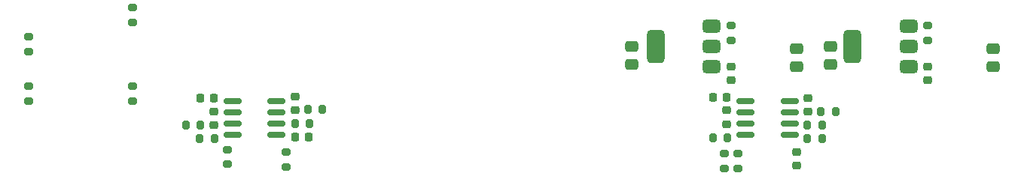
<source format=gbr>
%TF.GenerationSoftware,KiCad,Pcbnew,8.0.5*%
%TF.CreationDate,2025-02-12T17:57:21-08:00*%
%TF.ProjectId,sub,7375622e-6b69-4636-9164-5f7063625858,3.2*%
%TF.SameCoordinates,Original*%
%TF.FileFunction,Paste,Bot*%
%TF.FilePolarity,Positive*%
%FSLAX46Y46*%
G04 Gerber Fmt 4.6, Leading zero omitted, Abs format (unit mm)*
G04 Created by KiCad (PCBNEW 8.0.5) date 2025-02-12 17:57:21*
%MOMM*%
%LPD*%
G01*
G04 APERTURE LIST*
G04 Aperture macros list*
%AMRoundRect*
0 Rectangle with rounded corners*
0 $1 Rounding radius*
0 $2 $3 $4 $5 $6 $7 $8 $9 X,Y pos of 4 corners*
0 Add a 4 corners polygon primitive as box body*
4,1,4,$2,$3,$4,$5,$6,$7,$8,$9,$2,$3,0*
0 Add four circle primitives for the rounded corners*
1,1,$1+$1,$2,$3*
1,1,$1+$1,$4,$5*
1,1,$1+$1,$6,$7*
1,1,$1+$1,$8,$9*
0 Add four rect primitives between the rounded corners*
20,1,$1+$1,$2,$3,$4,$5,0*
20,1,$1+$1,$4,$5,$6,$7,0*
20,1,$1+$1,$6,$7,$8,$9,0*
20,1,$1+$1,$8,$9,$2,$3,0*%
G04 Aperture macros list end*
%ADD10RoundRect,0.200000X0.200000X0.275000X-0.200000X0.275000X-0.200000X-0.275000X0.200000X-0.275000X0*%
%ADD11RoundRect,0.200000X0.275000X-0.200000X0.275000X0.200000X-0.275000X0.200000X-0.275000X-0.200000X0*%
%ADD12RoundRect,0.200000X-0.275000X0.200000X-0.275000X-0.200000X0.275000X-0.200000X0.275000X0.200000X0*%
%ADD13RoundRect,0.375000X0.625000X0.375000X-0.625000X0.375000X-0.625000X-0.375000X0.625000X-0.375000X0*%
%ADD14RoundRect,0.500000X0.500000X1.400000X-0.500000X1.400000X-0.500000X-1.400000X0.500000X-1.400000X0*%
%ADD15RoundRect,0.225000X-0.250000X0.225000X-0.250000X-0.225000X0.250000X-0.225000X0.250000X0.225000X0*%
%ADD16RoundRect,0.200000X-0.200000X-0.275000X0.200000X-0.275000X0.200000X0.275000X-0.200000X0.275000X0*%
%ADD17RoundRect,0.250000X-0.475000X0.337500X-0.475000X-0.337500X0.475000X-0.337500X0.475000X0.337500X0*%
%ADD18RoundRect,0.225000X0.225000X0.250000X-0.225000X0.250000X-0.225000X-0.250000X0.225000X-0.250000X0*%
%ADD19RoundRect,0.150000X0.825000X0.150000X-0.825000X0.150000X-0.825000X-0.150000X0.825000X-0.150000X0*%
%ADD20RoundRect,0.225000X0.250000X-0.225000X0.250000X0.225000X-0.250000X0.225000X-0.250000X-0.225000X0*%
G04 APERTURE END LIST*
D10*
%TO.C,R15*%
X132143000Y-132588000D03*
X130493000Y-132588000D03*
%TD*%
D11*
%TO.C,R2*%
X53086000Y-122491000D03*
X53086000Y-120841000D03*
%TD*%
D12*
%TO.C,R14*%
X70358000Y-137188000D03*
X70358000Y-138838000D03*
%TD*%
D13*
%TO.C,U3*%
X140358000Y-122900000D03*
X140358000Y-125200000D03*
D14*
X134058000Y-125200000D03*
D13*
X140358000Y-127500000D03*
%TD*%
D15*
%TO.C,C4*%
X142494000Y-127495000D03*
X142494000Y-129045000D03*
%TD*%
D16*
%TO.C,R9*%
X118364000Y-135536000D03*
X120014000Y-135536000D03*
%TD*%
D17*
%TO.C,C3*%
X109220000Y-125200500D03*
X109220000Y-127275500D03*
%TD*%
D11*
%TO.C,R1*%
X41402000Y-125793000D03*
X41402000Y-124143000D03*
%TD*%
D15*
%TO.C,C1*%
X120396000Y-127495000D03*
X120396000Y-129045000D03*
%TD*%
D12*
%TO.C,R4*%
X53086000Y-129731000D03*
X53086000Y-131381000D03*
%TD*%
D16*
%TO.C,R16*%
X128969000Y-135636000D03*
X130619000Y-135636000D03*
%TD*%
D17*
%TO.C,C8*%
X131572000Y-125200500D03*
X131572000Y-127275500D03*
%TD*%
D12*
%TO.C,R8*%
X63754000Y-136906000D03*
X63754000Y-138556000D03*
%TD*%
D13*
%TO.C,U1*%
X118212000Y-122900000D03*
X118212000Y-125200000D03*
D14*
X111912000Y-125200000D03*
D13*
X118212000Y-127500000D03*
%TD*%
D18*
%TO.C,C7*%
X72924000Y-135482000D03*
X71374000Y-135482000D03*
%TD*%
D10*
%TO.C,R11*%
X62293000Y-135636000D03*
X60643000Y-135636000D03*
%TD*%
D19*
%TO.C,U2*%
X69277000Y-131445000D03*
X69277000Y-132715000D03*
X69277000Y-133985000D03*
X69277000Y-135255000D03*
X64327000Y-135255000D03*
X64327000Y-133985000D03*
X64327000Y-132715000D03*
X64327000Y-131445000D03*
%TD*%
D20*
%TO.C,C12*%
X127762000Y-138697000D03*
X127762000Y-137147000D03*
%TD*%
%TO.C,C9*%
X62230000Y-134125000D03*
X62230000Y-132575000D03*
%TD*%
D10*
%TO.C,R13*%
X74422000Y-132334000D03*
X72772000Y-132334000D03*
%TD*%
D11*
%TO.C,R6*%
X142498000Y-124523000D03*
X142498000Y-122873000D03*
%TD*%
D18*
%TO.C,C6*%
X62230000Y-131064000D03*
X60680000Y-131064000D03*
%TD*%
D16*
%TO.C,R7*%
X59056000Y-134112000D03*
X60706000Y-134112000D03*
%TD*%
D18*
%TO.C,C11*%
X119888000Y-130964000D03*
X118338000Y-130964000D03*
%TD*%
D12*
%TO.C,R12*%
X119634000Y-137351000D03*
X119634000Y-139001000D03*
%TD*%
D16*
%TO.C,R17*%
X71374000Y-133958000D03*
X73024000Y-133958000D03*
%TD*%
D20*
%TO.C,C14*%
X129032000Y-132601000D03*
X129032000Y-131051000D03*
%TD*%
D11*
%TO.C,R5*%
X120396000Y-124523000D03*
X120396000Y-122873000D03*
%TD*%
D20*
%TO.C,C10*%
X119888000Y-134012000D03*
X119888000Y-132462000D03*
%TD*%
D19*
%TO.C,U4*%
X126975000Y-131445000D03*
X126975000Y-132715000D03*
X126975000Y-133985000D03*
X126975000Y-135255000D03*
X122025000Y-135255000D03*
X122025000Y-133985000D03*
X122025000Y-132715000D03*
X122025000Y-131445000D03*
%TD*%
D20*
%TO.C,C13*%
X71374000Y-132447000D03*
X71374000Y-130897000D03*
%TD*%
D17*
%TO.C,C5*%
X149888000Y-125454500D03*
X149888000Y-127529500D03*
%TD*%
D16*
%TO.C,R18*%
X128969000Y-134112000D03*
X130619000Y-134112000D03*
%TD*%
D12*
%TO.C,R3*%
X41402000Y-129731000D03*
X41402000Y-131381000D03*
%TD*%
D17*
%TO.C,C2*%
X127762000Y-125476000D03*
X127762000Y-127551000D03*
%TD*%
D12*
%TO.C,R10*%
X121158000Y-137351000D03*
X121158000Y-139001000D03*
%TD*%
M02*

</source>
